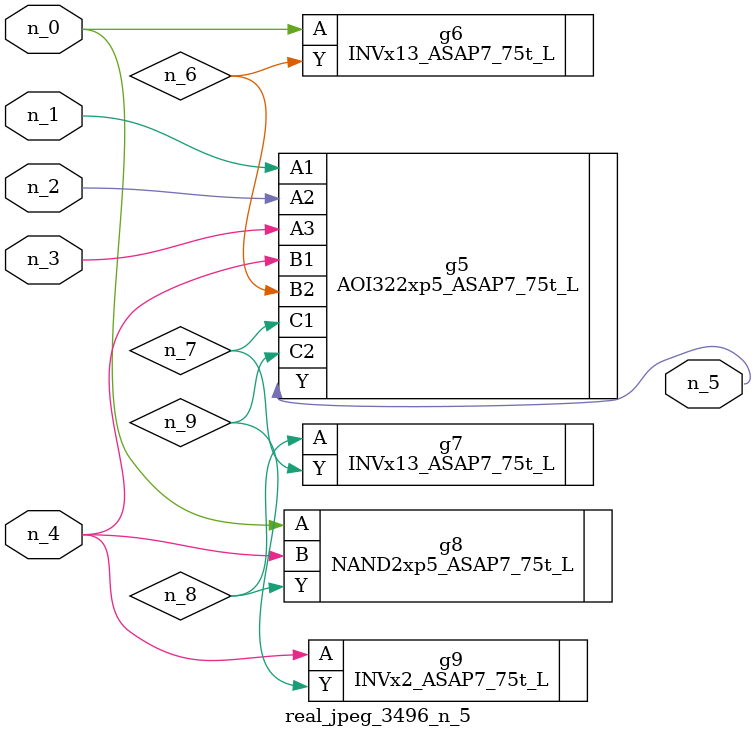
<source format=v>
module real_jpeg_3496_n_5 (n_4, n_0, n_1, n_2, n_3, n_5);

input n_4;
input n_0;
input n_1;
input n_2;
input n_3;

output n_5;

wire n_8;
wire n_6;
wire n_7;
wire n_9;

INVx13_ASAP7_75t_L g6 ( 
.A(n_0),
.Y(n_6)
);

NAND2xp5_ASAP7_75t_L g8 ( 
.A(n_0),
.B(n_4),
.Y(n_8)
);

AOI322xp5_ASAP7_75t_L g5 ( 
.A1(n_1),
.A2(n_2),
.A3(n_3),
.B1(n_4),
.B2(n_6),
.C1(n_7),
.C2(n_9),
.Y(n_5)
);

INVx2_ASAP7_75t_L g9 ( 
.A(n_4),
.Y(n_9)
);

INVx13_ASAP7_75t_L g7 ( 
.A(n_8),
.Y(n_7)
);


endmodule
</source>
